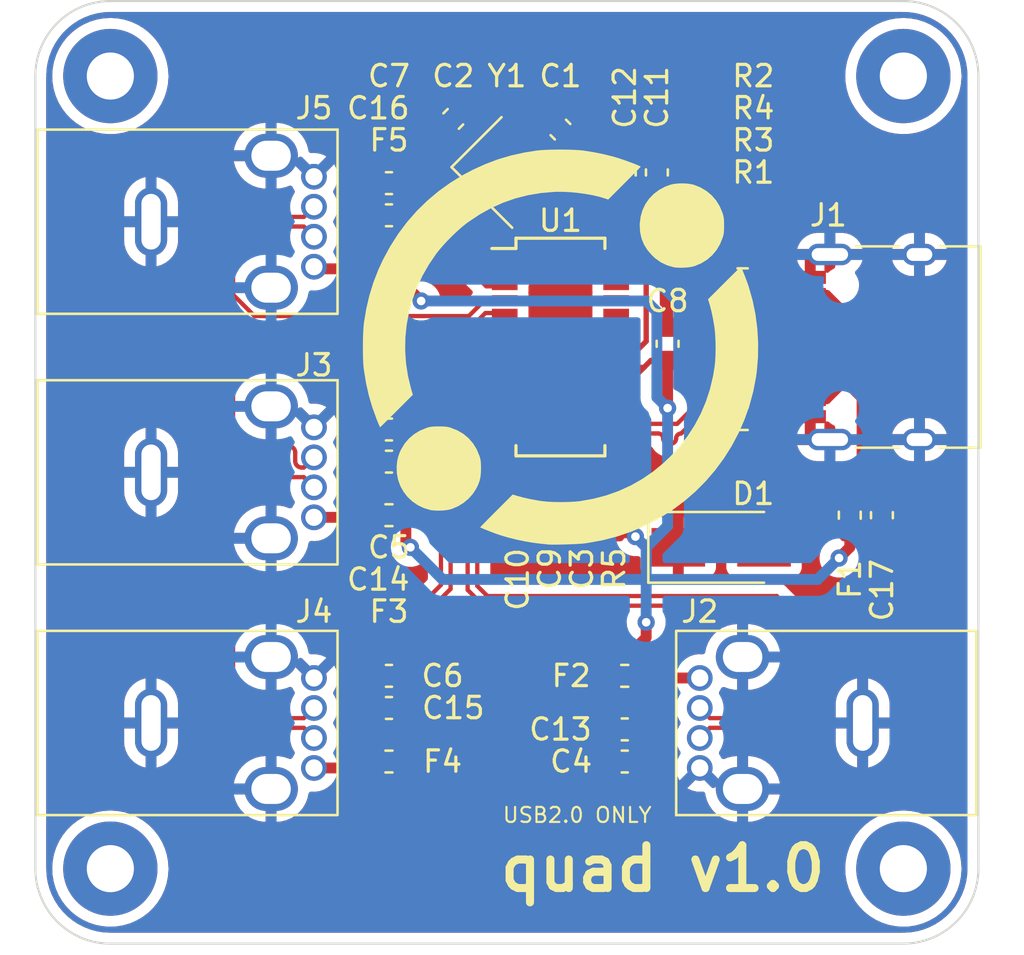
<source format=kicad_pcb>
(kicad_pcb (version 20211014) (generator pcbnew)
  (title_block (title "quad"))
  (layers (0 "F.Cu" signal) (31 "B.Cu" signal) (34 "B.Paste" user) (35 "F.Paste" user) (36 "B.SilkS" user "B.Silkscreen") (37 "F.SilkS" user "F.Silkscreen") (38 "B.Mask" user) (39 "F.Mask" user) (44 "Edge.Cuts" user))
  (net 0 "")
  (net 1 "GND")
  (net 2 "Net-(C1-Pad2)")
  (net 3 "Net-(C2-Pad2)")
  (net 4 "Net-(C3-Pad2)")
  (net 5 "Net-(C13-Pad2)")
  (net 6 "Net-(C14-Pad2)")
  (net 7 "Net-(C15-Pad2)")
  (net 8 "Net-(C16-Pad2)")
  (net 9 "+5V")
  (net 10 "Net-(C9-Pad2)")
  (net 11 "Net-(C10-Pad2)")
  (net 12 "Net-(C11-Pad2)")
  (net 13 "Net-(C12-Pad2)")
  (net 14 "Net-(F1-Pad1)")
  (net 15 "Net-(J1-PadA5)")
  (net 16 "Net-(J1-PadA6)")
  (net 17 "Net-(J1-PadA7)")
  (net 19 "Net-(J1-PadB5)")
  (net 21 "/D1-")
  (net 22 "/D1+")
  (net 23 "/D3-")
  (net 24 "/D3+")
  (net 25 "/D2-")
  (net 26 "/D2+")
  (net 27 "/D4-")
  (net 28 "/D4+")
  (net 29 "/D-")
  (net 30 "/D+")
  (footprint "Package_SO:SSOP-28_3.9x9.9mm_P0.635mm" (layer "F.Cu") (at 148.5 96.15)
    (fp_text reference "U1" (at 0 -5.9) (layer "F.SilkS"))
    (fp_text value "SL2.2s")
    (pad "1" smd rect locked (at -2.6 -4.1275) (size 1.2 0.4) (layers "F.Cu" "F.Paste" "F.Mask") (net 1 "GND"))
    (pad "2" smd rect locked (at -2.6 -3.4925) (size 1.2 0.4) (layers "F.Cu" "F.Paste" "F.Mask") (net 2 "Net-(C1-Pad2)"))
    (pad "3" smd rect locked (at -2.6 -2.8575) (size 1.2 0.4) (layers "F.Cu" "F.Paste" "F.Mask") (net 3 "Net-(C2-Pad2)"))
    (pad "4" smd rect locked (at -2.6 -2.2225) (size 1.2 0.4) (layers "F.Cu" "F.Paste" "F.Mask") (net 27 "/D4-"))
    (pad "5" smd rect locked (at -2.6 -1.5875) (size 1.2 0.4) (layers "F.Cu" "F.Paste" "F.Mask") (net 28 "/D4+"))
    (pad "6" smd rect locked (at -2.6 -0.9525) (size 1.2 0.4) (layers "F.Cu" "F.Paste" "F.Mask") (net 23 "/D3-"))
    (pad "7" smd rect locked (at -2.6 -0.3175) (size 1.2 0.4) (layers "F.Cu" "F.Paste" "F.Mask") (net 24 "/D3+"))
    (pad "8" smd rect locked (at -2.6 0.3175) (size 1.2 0.4) (layers "F.Cu" "F.Paste" "F.Mask") (net 25 "/D2-"))
    (pad "9" smd rect locked (at -2.6 0.9525) (size 1.2 0.4) (layers "F.Cu" "F.Paste" "F.Mask") (net 26 "/D2+"))
    (pad "10" smd rect locked (at -2.6 1.5875) (size 1.2 0.4) (layers "F.Cu" "F.Paste" "F.Mask") (net 21 "/D1-"))
    (pad "11" smd rect locked (at -2.6 2.2225) (size 1.2 0.4) (layers "F.Cu" "F.Paste" "F.Mask") (net 22 "/D1+"))
    (pad "12" smd rect locked (at -2.6 2.8575) (size 1.2 0.4) (layers "F.Cu" "F.Paste" "F.Mask") (net 10 "Net-(C9-Pad2)"))
    (pad "13" smd rect locked (at -2.6 3.4925) (size 1.2 0.4) (layers "F.Cu" "F.Paste" "F.Mask") (net 11 "Net-(C10-Pad2)"))
    (pad "14" smd rect locked (at -2.6 4.1275) (size 1.2 0.4) (layers "F.Cu" "F.Paste" "F.Mask"))
    (pad "15" smd rect locked (at 2.6 4.1275) (size 1.2 0.4) (layers "F.Cu" "F.Paste" "F.Mask") (net 29 "/D-"))
    (pad "16" smd rect locked (at 2.6 3.4925) (size 1.2 0.4) (layers "F.Cu" "F.Paste" "F.Mask") (net 30 "/D+"))
    (pad "17" smd rect locked (at 2.6 2.8575) (size 1.2 0.4) (layers "F.Cu" "F.Paste" "F.Mask") (net 4 "Net-(C3-Pad2)"))
    (pad "18" smd rect locked (at 2.6 2.2225) (size 1.2 0.4) (layers "F.Cu" "F.Paste" "F.Mask"))
    (pad "19" smd rect locked (at 2.6 1.5875) (size 1.2 0.4) (layers "F.Cu" "F.Paste" "F.Mask") (net 9 "+5V"))
    (pad "20" smd rect locked (at 2.6 0.9525) (size 1.2 0.4) (layers "F.Cu" "F.Paste" "F.Mask") (net 9 "+5V"))
    (pad "21" smd rect locked (at 2.6 0.3175) (size 1.2 0.4) (layers "F.Cu" "F.Paste" "F.Mask") (net 12 "Net-(C11-Pad2)"))
    (pad "22" smd rect locked (at 2.6 -0.3175) (size 1.2 0.4) (layers "F.Cu" "F.Paste" "F.Mask"))
    (pad "23" smd rect locked (at 2.6 -0.9525) (size 1.2 0.4) (layers "F.Cu" "F.Paste" "F.Mask"))
    (pad "24" smd rect locked (at 2.6 -1.5875) (size 1.2 0.4) (layers "F.Cu" "F.Paste" "F.Mask"))
    (pad "25" smd rect locked (at 2.6 -2.2225) (size 1.2 0.4) (layers "F.Cu" "F.Paste" "F.Mask"))
    (pad "26" smd rect locked (at 2.6 -2.8575) (size 1.2 0.4) (layers "F.Cu" "F.Paste" "F.Mask"))
    (pad "27" smd rect locked (at 2.6 -3.4925) (size 1.2 0.4) (layers "F.Cu" "F.Paste" "F.Mask"))
    (pad "28" smd rect locked (at 2.6 -4.1275) (size 1.2 0.4) (layers "F.Cu" "F.Paste" "F.Mask") (net 13 "Net-(C12-Pad2)"))
  )
  (footprint "Capacitor_SMD:C_0603_1608Metric" (layer "F.Cu") (at 146.5 104 90)
    (fp_text reference "C10" (at -3 0 90) (layer "F.SilkS"))
    (fp_text value "10u")
    (pad "1" smd roundrect (at -0.775 0 90) (size 0.9 0.95) (layers "F.Cu" "F.Paste" "F.Mask") (net 1 "GND"))
    (pad "2" smd roundrect (at 0.775 0 90) (size 0.9 0.95) (layers "F.Cu" "F.Paste" "F.Mask") (net 11 "Net-(C10-Pad2)"))
  )
  (footprint "Capacitor_SMD:C_0603_1608Metric" (layer "F.Cu") (at 140.5 100)
    (fp_text reference "C5" (at 0 5.5) (layer "F.SilkS"))
    (fp_text value "10u")
    (pad "1" smd roundrect (at -0.775 0) (size 0.9 0.95) (layers "F.Cu" "F.Paste" "F.Mask") (net 1 "GND"))
    (pad "2" smd roundrect (at 0.775 0) (size 0.9 0.95) (layers "F.Cu" "F.Paste" "F.Mask") (net 6 "Net-(C14-Pad2)"))
  )
  (footprint "Resistor_SMD:R_0603_1608Metric" (layer "F.Cu") (at 157 99.5 180)
    (fp_text reference "R1" (at -0.5 11.5) (layer "F.SilkS"))
    (fp_text value "5.1k")
    (pad "1" smd roundrect (at -0.825 0 180) (size 0.8 0.95) (layers "F.Cu" "F.Paste" "F.Mask") (net 15 "Net-(J1-PadA5)"))
    (pad "2" smd roundrect (at 0.825 0 180) (size 0.8 0.95) (layers "F.Cu" "F.Paste" "F.Mask") (net 1 "GND"))
  )
  (footprint "Connector_USB:USB_C_Receptacle_HRO_TYPE-C-31-M-12" (layer "F.Cu") (at 164.2 96.15 90)
    (fp_text reference "J1" (at 6.15 -3.2 180) (layer "F.SilkS"))
    (fp_text value "USB_C_Receptacle_USB2.0")
    (pad "" np_thru_hole circle locked (at 2.89 -2.6 90) (size 0.65 0.65) (drill 0.65) (layers *.Cu *.Mask))
    (pad "" np_thru_hole circle locked (at -2.89 -2.6 90) (size 0.65 0.65) (drill 0.65) (layers *.Cu *.Mask))
    (pad "A1" smd rect locked (at -3.25 -4.045 90) (size 0.6 1.45) (layers "F.Cu" "F.Paste" "F.Mask") (net 1 "GND"))
    (pad "A4" smd rect locked (at -2.45 -4.045 90) (size 0.6 1.45) (layers "F.Cu" "F.Paste" "F.Mask") (net 14 "Net-(F1-Pad1)"))
    (pad "A5" smd rect locked (at -1.25 -4.045 90) (size 0.3 1.45) (layers "F.Cu" "F.Paste" "F.Mask") (net 15 "Net-(J1-PadA5)"))
    (pad "A6" smd rect locked (at -0.25 -4.045 90) (size 0.3 1.45) (layers "F.Cu" "F.Paste" "F.Mask") (net 16 "Net-(J1-PadA6)"))
    (pad "A7" smd rect locked (at 0.25 -4.045 90) (size 0.3 1.45) (layers "F.Cu" "F.Paste" "F.Mask") (net 17 "Net-(J1-PadA7)"))
    (pad "A8" smd rect locked (at 1.25 -4.045 90) (size 0.3 1.45) (layers "F.Cu" "F.Paste" "F.Mask"))
    (pad "A9" smd rect locked (at 2.45 -4.045 90) (size 0.6 1.45) (layers "F.Cu" "F.Paste" "F.Mask") (net 14 "Net-(F1-Pad1)"))
    (pad "A12" smd rect locked (at 3.25 -4.045 90) (size 0.6 1.45) (layers "F.Cu" "F.Paste" "F.Mask") (net 1 "GND"))
    (pad "B1" smd rect locked (at 3.25 -4.045 90) (size 0.6 1.45) (layers "F.Cu" "F.Paste" "F.Mask") (net 1 "GND"))
    (pad "B4" smd rect locked (at 2.45 -4.045 90) (size 0.6 1.45) (layers "F.Cu" "F.Paste" "F.Mask") (net 14 "Net-(F1-Pad1)"))
    (pad "B5" smd rect locked (at 1.75 -4.045 90) (size 0.3 1.45) (layers "F.Cu" "F.Paste" "F.Mask") (net 19 "Net-(J1-PadB5)"))
    (pad "B6" smd rect locked (at 0.75 -4.045 90) (size 0.3 1.45) (layers "F.Cu" "F.Paste" "F.Mask") (net 16 "Net-(J1-PadA6)"))
    (pad "B7" smd rect locked (at -0.75 -4.045 90) (size 0.3 1.45) (layers "F.Cu" "F.Paste" "F.Mask") (net 17 "Net-(J1-PadA7)"))
    (pad "B8" smd rect locked (at -1.75 -4.045 90) (size 0.3 1.45) (layers "F.Cu" "F.Paste" "F.Mask"))
    (pad "B9" smd rect locked (at -2.45 -4.045 90) (size 0.6 1.45) (layers "F.Cu" "F.Paste" "F.Mask") (net 14 "Net-(F1-Pad1)"))
    (pad "B12" smd rect locked (at -3.25 -4.045 90) (size 0.6 1.45) (layers "F.Cu" "F.Paste" "F.Mask") (net 1 "GND"))
    (pad "S1" thru_hole oval locked (at -4.32 -3.13 90) (size 1 2.1) (drill oval 0.6 1.7) (layers *.Cu *.Mask) (net 1 "GND"))
    (pad "S1" thru_hole oval locked (at 4.32 -3.13 90) (size 1 2.1) (drill oval 0.6 1.7) (layers *.Cu *.Mask) (net 1 "GND"))
    (pad "S1" thru_hole oval locked (at -4.32 1.05 90) (size 1 1.6) (drill oval 0.6 1.2) (layers *.Cu *.Mask) (net 1 "GND"))
    (pad "S1" thru_hole oval locked (at 4.32 1.05 90) (size 1 1.6) (drill oval 0.6 1.2) (layers *.Cu *.Mask) (net 1 "GND"))
  )
  (footprint "Capacitor_SMD:C_0603_1608Metric" (layer "F.Cu") (at 151.5 115.5 180)
    (fp_text reference "C4" (at 2.5 0) (layer "F.SilkS"))
    (fp_text value "10u")
    (pad "1" smd roundrect (at -0.775 0 180) (size 0.9 0.95) (layers "F.Cu" "F.Paste" "F.Mask") (net 1 "GND"))
    (pad "2" smd roundrect (at 0.775 0 180) (size 0.9 0.95) (layers "F.Cu" "F.Paste" "F.Mask") (net 5 "Net-(C13-Pad2)"))
  )
  (footprint "Capacitor_SMD:C_0603_1608Metric" (layer "F.Cu") (at 140.5 111.5)
    (fp_text reference "C6" (at 2.5 0) (layer "F.SilkS"))
    (fp_text value "10u")
    (pad "1" smd roundrect (at -0.775 0) (size 0.9 0.95) (layers "F.Cu" "F.Paste" "F.Mask") (net 1 "GND"))
    (pad "2" smd roundrect (at 0.775 0) (size 0.9 0.95) (layers "F.Cu" "F.Paste" "F.Mask") (net 7 "Net-(C15-Pad2)"))
  )
  (footprint "Capacitor_SMD:C_0603_1608Metric" (layer "F.Cu") (at 151.5 114 180)
    (fp_text reference "C13" (at 3 0) (layer "F.SilkS"))
    (fp_text value "100n")
    (pad "1" smd roundrect (at -0.775 0 180) (size 0.9 0.95) (layers "F.Cu" "F.Paste" "F.Mask") (net 1 "GND"))
    (pad "2" smd roundrect (at 0.775 0 180) (size 0.9 0.95) (layers "F.Cu" "F.Paste" "F.Mask") (net 5 "Net-(C13-Pad2)"))
  )
  (footprint "Capacitor_SMD:C_0603_1608Metric" (layer "F.Cu") (at 140.5 101.5)
    (fp_text reference "C14" (at -0.5 5.5) (layer "F.SilkS"))
    (fp_text value "100n")
    (pad "1" smd roundrect (at -0.775 0) (size 0.9 0.95) (layers "F.Cu" "F.Paste" "F.Mask") (net 1 "GND"))
    (pad "2" smd roundrect (at 0.775 0) (size 0.9 0.95) (layers "F.Cu" "F.Paste" "F.Mask") (net 6 "Net-(C14-Pad2)"))
  )
  (footprint "Capacitor_SMD:C_0603_1608Metric" (layer "F.Cu") (at 148 104 90)
    (fp_text reference "C9" (at -2.5 0 90) (layer "F.SilkS"))
    (fp_text value "10u")
    (pad "1" smd roundrect (at -0.775 0 90) (size 0.9 0.95) (layers "F.Cu" "F.Paste" "F.Mask") (net 1 "GND"))
    (pad "2" smd roundrect (at 0.775 0 90) (size 0.9 0.95) (layers "F.Cu" "F.Paste" "F.Mask") (net 10 "Net-(C9-Pad2)"))
  )
  (footprint "Crystal:Crystal_SMD_3225-4Pin_3.2x2.5mm" (layer "F.Cu") (at 146 88 -45)
    (fp_text reference "Y1" (at -3.181981 -3.181981) (layer "F.SilkS"))
    (fp_text value "12MHz_GND24")
    (pad "1" smd rect (at -1.1 0.85 315) (size 1.4 1.2) (layers "F.Cu" "F.Paste" "F.Mask") (net 3 "Net-(C2-Pad2)"))
    (pad "2" smd rect (at 1.1 0.85 315) (size 1.4 1.2) (layers "F.Cu" "F.Paste" "F.Mask") (net 1 "GND"))
    (pad "3" smd rect (at 1.1 -0.85 315) (size 1.4 1.2) (layers "F.Cu" "F.Paste" "F.Mask") (net 2 "Net-(C1-Pad2)"))
    (pad "4" smd rect (at -1.1 -0.85 315) (size 1.4 1.2) (layers "F.Cu" "F.Paste" "F.Mask") (net 1 "GND"))
  )
  (footprint "Capacitor_SMD:C_0603_1608Metric" (layer "F.Cu") (at 149.5 104 90)
    (fp_text reference "C3" (at -2.5 0 90) (layer "F.SilkS"))
    (fp_text value "10u")
    (pad "1" smd roundrect (at -0.775 0 90) (size 0.9 0.95) (layers "F.Cu" "F.Paste" "F.Mask") (net 1 "GND"))
    (pad "2" smd roundrect (at 0.775 0 90) (size 0.9 0.95) (layers "F.Cu" "F.Paste" "F.Mask") (net 4 "Net-(C3-Pad2)"))
  )
  (footprint "MountingHole:MountingHole_2.2mm_M2_Pad" (layer "F.Cu") (at 127.5 120.5)
    (fp_text reference "H2" hide)
    (fp_text value "MountingHole")
    (pad "1" thru_hole circle locked (at 0 0) (size 4.4 4.4) (drill 2.2) (layers *.Cu *.Mask))
  )
  (footprint "MountingHole:MountingHole_2.2mm_M2_Pad" (layer "F.Cu") (at 127.5 83.5)
    (fp_text reference "H1" hide)
    (fp_text value "MountingHole")
    (pad "1" thru_hole circle (at 0 0) (size 4.4 4.4) (drill 2.2) (layers *.Cu *.Mask))
  )
  (footprint "MountingHole:MountingHole_2.2mm_M2_Pad" (layer "F.Cu") (at 164.5 83.5)
    (fp_text reference "H4" hide)
    (fp_text value "MountingHole")
    (pad "1" thru_hole circle locked (at 0 0) (size 4.4 4.4) (drill 2.2) (layers *.Cu *.Mask))
  )
  (footprint "Capacitor_SMD:C_0603_1608Metric" (layer "F.Cu") (at 163.5 104 90)
    (fp_text reference "C17" (at -3.5 0 90) (layer "F.SilkS"))
    (fp_text value "10u")
    (pad "1" smd roundrect (at -0.775 0 90) (size 0.9 0.95) (layers "F.Cu" "F.Paste" "F.Mask") (net 1 "GND"))
    (pad "2" smd roundrect (at 0.775 0 90) (size 0.9 0.95) (layers "F.Cu" "F.Paste" "F.Mask") (net 14 "Net-(F1-Pad1)"))
  )
  (footprint "Fuse:Fuse_0603_1608Metric" (layer "F.Cu") (at 140.5 115.5)
    (fp_text reference "F4" (at 2.5 0) (layer "F.SilkS"))
    (fp_text value "500m")
    (pad "1" smd roundrect (at -0.7875 0) (size 0.875 0.95) (layers "F.Cu" "F.Paste" "F.Mask") (net 7 "Net-(C15-Pad2)"))
    (pad "2" smd roundrect (at 0.7875 0) (size 0.875 0.95) (layers "F.Cu" "F.Paste" "F.Mask") (net 9 "+5V"))
  )
  (footprint "Diode_SMD:D_SMA" (layer "F.Cu") (at 156 105.5)
    (fp_text reference "D1" (at 1.5 -2.5) (layer "F.SilkS"))
    (fp_text value "D_TVS")
    (pad "1" smd rect (at -2 0) (size 2.5 1.8) (layers "F.Cu" "F.Paste" "F.Mask") (net 1 "GND"))
    (pad "2" smd rect (at 2 0) (size 2.5 1.8) (layers "F.Cu" "F.Paste" "F.Mask") (net 9 "+5V"))
  )
  (footprint "Lib:Sign" (layer "F.Cu") (at 148.5 96.15)
    (fp_text reference "G***" hide)
    (fp_text value "LOGO" hide)
  )
  (footprint "Resistor_SMD:R_0603_1608Metric" (layer "F.Cu") (at 157 93 180)
    (fp_text reference "R2" (at -0.5 9.5) (layer "F.SilkS"))
    (fp_text value "5.1k")
    (pad "1" smd roundrect (at -0.825 0 180) (size 0.8 0.95) (layers "F.Cu" "F.Paste" "F.Mask") (net 19 "Net-(J1-PadB5)"))
    (pad "2" smd roundrect (at 0.825 0 180) (size 0.8 0.95) (layers "F.Cu" "F.Paste" "F.Mask") (net 1 "GND"))
  )
  (footprint "Capacitor_SMD:C_0603_1608Metric" (layer "F.Cu") (at 148.5 86 -45)
    (fp_text reference "C1" (at -1.767767 -1.767767) (layer "F.SilkS"))
    (fp_text value "22p")
    (pad "1" smd roundrect (at -0.775 0 315) (size 0.9 0.95) (layers "F.Cu" "F.Paste" "F.Mask") (net 1 "GND"))
    (pad "2" smd roundrect (at 0.775 0 315) (size 0.9 0.95) (layers "F.Cu" "F.Paste" "F.Mask") (net 2 "Net-(C1-Pad2)"))
  )
  (footprint "Fuse:Fuse_0603_1608Metric" (layer "F.Cu") (at 140.5 104)
    (fp_text reference "F3" (at 0 4.5) (layer "F.SilkS"))
    (fp_text value "500m")
    (pad "1" smd roundrect (at -0.7875 0) (size 0.875 0.95) (layers "F.Cu" "F.Paste" "F.Mask") (net 6 "Net-(C14-Pad2)"))
    (pad "2" smd roundrect (at 0.7875 0) (size 0.875 0.95) (layers "F.Cu" "F.Paste" "F.Mask") (net 9 "+5V"))
  )
  (footprint "Fuse:Fuse_0603_1608Metric" (layer "F.Cu") (at 162 104 -90)
    (fp_text reference "F1" (at 3 0 90) (layer "F.SilkS"))
    (fp_text value "500m")
    (pad "1" smd roundrect (at -0.7875 0 270) (size 0.875 0.95) (layers "F.Cu" "F.Paste" "F.Mask") (net 14 "Net-(F1-Pad1)"))
    (pad "2" smd roundrect (at 0.7875 0 270) (size 0.875 0.95) (layers "F.Cu" "F.Paste" "F.Mask") (net 9 "+5V"))
  )
  (footprint "Lib:USB_A_Side" (layer "F.Cu") (at 135 113.7 -90)
    (fp_text reference "J4" (at -5.2 -2 unlocked) (layer "F.SilkS"))
    (fp_text value "USB_A")
    (pad "1" thru_hole circle locked (at 2.1 -2 270) (size 1.2 1.2) (drill 0.8) (layers *.Cu *.Mask) (net 7 "Net-(C15-Pad2)"))
    (pad "2" thru_hole circle locked (at 0.7 -2 270) (size 1.2 1.2) (drill 0.8) (layers *.Cu *.Mask) (net 25 "/D2-"))
    (pad "3" thru_hole circle locked (at -0.7 -2 270) (size 1.2 1.2) (drill 0.8) (layers *.Cu *.Mask) (net 26 "/D2+"))
    (pad "4" thru_hole circle locked (at -2.1 -2 270) (size 1.2 1.2) (drill 0.8) (layers *.Cu *.Mask) (net 1 "GND"))
    (pad "5" thru_hole oval locked (at -3.08 0 270) (size 2.05 2.5) (drill oval 1.4 1.84) (layers *.Cu *.Mask) (net 1 "GND"))
    (pad "5" thru_hole oval locked (at 0 5.6 270) (size 3.2 1.5) (drill oval 2.6 0.9) (layers *.Cu *.Mask) (net 1 "GND"))
    (pad "5" thru_hole oval locked (at 3.08 0 270) (size 2.05 2.5) (drill oval 1.4 1.84) (layers *.Cu *.Mask) (net 1 "GND"))
  )
  (footprint "Lib:USB_A_Side" (layer "F.Cu") (at 157 113.7 90)
    (fp_text reference "J2" (at 5.2 -2 unlocked) (layer "F.SilkS"))
    (fp_text value "USB_A")
    (pad "1" thru_hole circle locked (at 2.1 -2 90) (size 1.2 1.2) (drill 0.8) (layers *.Cu *.Mask) (net 5 "Net-(C13-Pad2)"))
    (pad "2" thru_hole circle locked (at 0.7 -2 90) (size 1.2 1.2) (drill 0.8) (layers *.Cu *.Mask) (net 21 "/D1-"))
    (pad "3" thru_hole circle locked (at -0.7 -2 90) (size 1.2 1.2) (drill 0.8) (layers *.Cu *.Mask) (net 22 "/D1+"))
    (pad "4" thru_hole circle locked (at -2.1 -2 90) (size 1.2 1.2) (drill 0.8) (layers *.Cu *.Mask) (net 1 "GND"))
    (pad "5" thru_hole oval locked (at 3.08 0 90) (size 2.05 2.5) (drill oval 1.4 1.84) (layers *.Cu *.Mask) (net 1 "GND"))
    (pad "5" thru_hole oval locked (at 0 5.6 90) (size 3.2 1.5) (drill oval 2.6 0.9) (layers *.Cu *.Mask) (net 1 "GND"))
    (pad "5" thru_hole oval locked (at -3.08 0 90) (size 2.05 2.5) (drill oval 1.4 1.84) (layers *.Cu *.Mask) (net 1 "GND"))
  )
  (footprint "Capacitor_SMD:C_0603_1608Metric" (layer "F.Cu") (at 140.5 90)
    (fp_text reference "C16" (at -0.5 -5) (layer "F.SilkS"))
    (fp_text value "100n")
    (pad "1" smd roundrect (at -0.775 0) (size 0.9 0.95) (layers "F.Cu" "F.Paste" "F.Mask") (net 1 "GND"))
    (pad "2" smd roundrect (at 0.775 0) (size 0.9 0.95) (layers "F.Cu" "F.Paste" "F.Mask") (net 8 "Net-(C16-Pad2)"))
  )
  (footprint "Fuse:Fuse_0603_1608Metric" (layer "F.Cu") (at 151.5 111.5 180)
    (fp_text reference "F2" (at 2.5 0) (layer "F.SilkS"))
    (fp_text value "500m")
    (pad "1" smd roundrect (at -0.7875 0 180) (size 0.875 0.95) (layers "F.Cu" "F.Paste" "F.Mask") (net 5 "Net-(C13-Pad2)"))
    (pad "2" smd roundrect (at 0.7875 0 180) (size 0.875 0.95) (layers "F.Cu" "F.Paste" "F.Mask") (net 9 "+5V"))
  )
  (footprint "Capacitor_SMD:C_0603_1608Metric" (layer "F.Cu") (at 140.5 88.5)
    (fp_text reference "C7" (at 0 -5) (layer "F.SilkS"))
    (fp_text value "10u")
    (pad "1" smd roundrect (at -0.775 0) (size 0.9 0.95) (layers "F.Cu" "F.Paste" "F.Mask") (net 1 "GND"))
    (pad "2" smd roundrect (at 0.775 0) (size 0.9 0.95) (layers "F.Cu" "F.Paste" "F.Mask") (net 8 "Net-(C16-Pad2)"))
  )
  (footprint "Lib:USB_A_Side" (layer "F.Cu") (at 135 90.3 -90)
    (fp_text reference "J5" (at -5.3 -2 unlocked) (layer "F.SilkS"))
    (fp_text value "USB_A")
    (pad "1" thru_hole circle locked (at 2.1 -2 270) (size 1.2 1.2) (drill 0.8) (layers *.Cu *.Mask) (net 8 "Net-(C16-Pad2)"))
    (pad "2" thru_hole circle locked (at 0.7 -2 270) (size 1.2 1.2) (drill 0.8) (layers *.Cu *.Mask) (net 27 "/D4-"))
    (pad "3" thru_hole circle locked (at -0.7 -2 270) (size 1.2 1.2) (drill 0.8) (layers *.Cu *.Mask) (net 28 "/D4+"))
    (pad "4" thru_hole circle locked (at -2.1 -2 270) (size 1.2 1.2) (drill 0.8) (layers *.Cu *.Mask) (net 1 "GND"))
    (pad "5" thru_hole oval locked (at 0 5.6 270) (size 3.2 1.5) (drill oval 2.6 0.9) (layers *.Cu *.Mask) (net 1 "GND"))
    (pad "5" thru_hole oval locked (at 3.08 0 270) (size 2.05 2.5) (drill oval 1.4 1.84) (layers *.Cu *.Mask) (net 1 "GND"))
    (pad "5" thru_hole oval locked (at -3.08 0 270) (size 2.05 2.5) (drill oval 1.4 1.84) (layers *.Cu *.Mask) (net 1 "GND"))
  )
  (footprint "Resistor_SMD:R_0603_1608Metric" (layer "F.Cu") (at 157 95.5 180)
    (fp_text reference "R4" (at -0.5 10.5) (layer "F.SilkS"))
    (fp_text value "22")
    (pad "1" smd roundrect (at -0.825 0 180) (size 0.8 0.95) (layers "F.Cu" "F.Paste" "F.Mask") (net 16 "Net-(J1-PadA6)"))
    (pad "2" smd roundrect (at 0.825 0 180) (size 0.8 0.95) (layers "F.Cu" "F.Paste" "F.Mask") (net 30 "/D+"))
  )
  (footprint "Capacitor_SMD:C_0603_1608Metric" (layer "F.Cu") (at 153.5 96 -90)
    (fp_text reference "C8" (at -2 0 180) (layer "F.SilkS"))
    (fp_text value "100n")
    (pad "1" smd roundrect (at -0.775 0 270) (size 0.9 0.95) (layers "F.Cu" "F.Paste" "F.Mask") (net 1 "GND"))
    (pad "2" smd roundrect (at 0.775 0 270) (size 0.9 0.95) (layers "F.Cu" "F.Paste" "F.Mask") (net 9 "+5V"))
  )
  (footprint "Capacitor_SMD:C_0603_1608Metric" (layer "F.Cu") (at 151.5 88 -90)
    (fp_text reference "C12" (at -3.5 0 90) (layer "F.SilkS"))
    (fp_text value "10u")
    (pad "1" smd roundrect (at -0.775 0 270) (size 0.9 0.95) (layers "F.Cu" "F.Paste" "F.Mask") (net 1 "GND"))
    (pad "2" smd roundrect (at 0.775 0 270) (size 0.9 0.95) (layers "F.Cu" "F.Paste" "F.Mask") (net 13 "Net-(C12-Pad2)"))
  )
  (footprint "MountingHole:MountingHole_2.2mm_M2_Pad" (layer "F.Cu") (at 164.5 120.5)
    (fp_text reference "H3" hide)
    (fp_text value "MountingHole")
    (pad "1" thru_hole circle locked (at 0 0) (size 4.4 4.4) (drill 2.2) (layers *.Cu *.Mask))
  )
  (footprint "Resistor_SMD:R_0603_1608Metric" (layer "F.Cu") (at 157 97 180)
    (fp_text reference "R3" (at -0.5 10.5) (layer "F.SilkS"))
    (fp_text value "22")
    (pad "1" smd roundrect (at -0.825 0 180) (size 0.8 0.95) (layers "F.Cu" "F.Paste" "F.Mask") (net 17 "Net-(J1-PadA7)"))
    (pad "2" smd roundrect (at 0.825 0 180) (size 0.8 0.95) (layers "F.Cu" "F.Paste" "F.Mask") (net 29 "/D-"))
  )
  (footprint "Capacitor_SMD:C_0603_1608Metric" (layer "F.Cu") (at 153 88 -90)
    (fp_text reference "C11" (at -3.5 0 90) (layer "F.SilkS"))
    (fp_text value "10u")
    (pad "1" smd roundrect (at -0.775 0 270) (size 0.9 0.95) (layers "F.Cu" "F.Paste" "F.Mask") (net 1 "GND"))
    (pad "2" smd roundrect (at 0.775 0 270) (size 0.9 0.95) (layers "F.Cu" "F.Paste" "F.Mask") (net 12 "Net-(C11-Pad2)"))
  )
  (footprint "Capacitor_SMD:C_0603_1608Metric" (layer "F.Cu") (at 140.5 113)
    (fp_text reference "C15" (at 3 0) (layer "F.SilkS"))
    (fp_text value "100n")
    (pad "1" smd roundrect (at -0.775 0) (size 0.9 0.95) (layers "F.Cu" "F.Paste" "F.Mask") (net 1 "GND"))
    (pad "2" smd roundrect (at 0.775 0) (size 0.9 0.95) (layers "F.Cu" "F.Paste" "F.Mask") (net 7 "Net-(C15-Pad2)"))
  )
  (footprint "Lib:USB_A_Side" (layer "F.Cu") (at 135 102 -90)
    (fp_text reference "J3" (at -5 -2 unlocked) (layer "F.SilkS"))
    (fp_text value "USB_A")
    (pad "1" thru_hole circle locked (at 2.1 -2 270) (size 1.2 1.2) (drill 0.8) (layers *.Cu *.Mask) (net 6 "Net-(C14-Pad2)"))
    (pad "2" thru_hole circle locked (at 0.7 -2 270) (size 1.2 1.2) (drill 0.8) (layers *.Cu *.Mask) (net 23 "/D3-"))
    (pad "3" thru_hole circle locked (at -0.7 -2 270) (size 1.2 1.2) (drill 0.8) (layers *.Cu *.Mask) (net 24 "/D3+"))
    (pad "4" thru_hole circle locked (at -2.1 -2 270) (size 1.2 1.2) (drill 0.8) (layers *.Cu *.Mask) (net 1 "GND"))
    (pad "5" thru_hole oval locked (at -3.08 0 270) (size 2.05 2.5) (drill oval 1.4 1.84) (layers *.Cu *.Mask) (net 1 "GND"))
    (pad "5" thru_hole oval locked (at 0 5.6 270) (size 3.2 1.5) (drill oval 2.6 0.9) (layers *.Cu *.Mask) (net 1 "GND"))
    (pad "5" thru_hole oval locked (at 3.08 0 270) (size 2.05 2.5) (drill oval 1.4 1.84) (layers *.Cu *.Mask) (net 1 "GND"))
  )
  (footprint "Capacitor_SMD:C_0603_1608Metric" (layer "F.Cu") (at 143.5 85.5 -135)
    (fp_text reference "C2" (at -1.414214 1.414214 -180) (layer "F.SilkS"))
    (fp_text value "22p")
    (pad "1" smd roundrect (at -0.775 0 225) (size 0.9 0.95) (layers "F.Cu" "F.Paste" "F.Mask") (net 1 "GND"))
    (pad "2" smd roundrect (at 0.775 0 225) (size 0.9 0.95) (layers "F.Cu" "F.Paste" "F.Mask") (net 3 "Net-(C2-Pad2)"))
  )
  (footprint "Fuse:Fuse_0603_1608Metric" (layer "F.Cu") (at 140.5 92.5)
    (fp_text reference "F5" (at 0 -6) (layer "F.SilkS"))
    (fp_text value "500m")
    (pad "1" smd roundrect (at -0.7875 0) (size 0.875 0.95) (layers "F.Cu" "F.Paste" "F.Mask") (net 8 "Net-(C16-Pad2)"))
    (pad "2" smd roundrect (at 0.7875 0) (size 0.875 0.95) (layers "F.Cu" "F.Paste" "F.Mask") (net 9 "+5V"))
  )
  (footprint "Resistor_SMD:R_0603_1608Metric" (layer "F.Cu") (at 151 104 90)
    (fp_text reference "R5" (at -2.5 0 90) (layer "F.SilkS"))
    (fp_text value "10k")
    (pad "1" smd roundrect (at -0.825 0 90) (size 0.8 0.95) (layers "F.Cu" "F.Paste" "F.Mask") (net 9 "+5V"))
    (pad "2" smd roundrect (at 0.825 0 90) (size 0.8 0.95) (layers "F.Cu" "F.Paste" "F.Mask") (net 4 "Net-(C3-Pad2)"))
  )
  (gr_arc (start 164.5 80) (mid 166.974874 81.025126) (end 168 83.5) (layer "Edge.Cuts") (width 0.1))
  (gr_arc (start 124 83.5) (mid 125.025126 81.025126) (end 127.5 80) (layer "Edge.Cuts") (width 0.1))
  (gr_arc (start 127.5 124) (mid 125.025126 122.974874) (end 124 120.5) (layer "Edge.Cuts") (width 0.1))
  (gr_line (start 127.5 80) (end 164.5 80) (layer "Edge.Cuts") (width 0.1))
  (gr_line (start 124 83.5) (end 124 120.5) (layer "Edge.Cuts") (width 0.1))
  (gr_line (start 164.5 124) (end 127.5 124) (layer "Edge.Cuts") (width 0.1))
  (gr_arc (start 168 120.5) (mid 166.974874 122.974874) (end 164.5 124) (layer "Edge.Cuts") (width 0.1))
  (gr_line (start 168 120.5) (end 168 83.5) (layer "Edge.Cuts") (width 0.1))
  (gr_text "USB2.0 ONLY" (at 145.75 118) (layer "F.SilkS") (effects (font (size 0.7 0.7) (thickness 0.1)) (justify left)))
  (gr_text "quad v1.0" (at 145.5 120.5) (layer "F.SilkS") (effects (font (size 2 2) (thickness 0.375)) (justify left)))
  (segment (start 145.865381 86.6633) (end 145.823223 86.621142) (width 0.25) (layer "F.Cu") (net 1))
  (segment (start 145.865381 89.067462) (end 145.865381 86.6633) (width 0.25) (layer "F.Cu") (net 1))
  (segment (start 146.176777 89.378858) (end 145.865381 89.067462) (width 0.25) (layer "F.Cu") (net 1))
  (segment (start 148 88.797919) (end 147.378858 88.176777) (width 0.25) (layer "F.Cu") (net 2))
  (segment (start 147.378858 88.176777) (end 147.419239 88.176777) (width 0.25) (layer "F.Cu") (net 2))
  (segment (start 146.75 92.6575) (end 148 91.4075) (width 0.25) (layer "F.Cu") (net 2))
  (segment (start 145.9 92.6575) (end 146.75 92.6575) (width 0.25) (layer "F.Cu") (net 2))
  (segment (start 147.419239 88.176777) (end 149.048008 86.548008) (width 0.25) (layer "F.Cu") (net 2))
  (segment (start 148 91.4075) (end 148 88.797919) (width 0.25) (layer "F.Cu") (net 2))
  (segment (start 145.9 93.2925) (end 145.05 93.2925) (width 0.25) (layer "F.Cu") (net 3))
  (segment (start 144.621142 87.717158) (end 142.951992 86.048008) (width 0.25) (layer "F.Cu") (net 3))
  (segment (start 144.621142 87.823223) (end 144.621142 87.717158) (width 0.25) (layer "F.Cu") (net 3))
  (segment (start 145.05 93.2925) (end 144.621142 92.863642) (width 0.25) (layer "F.Cu") (net 3))
  (segment (start 144.621142 92.863642) (end 144.621142 87.823223) (width 0.25) (layer "F.Cu") (net 3))
  (segment (start 150.95 103.225) (end 151 103.175) (width 0.25) (layer "F.Cu") (net 4))
  (segment (start 149.9925 99.0075) (end 149.5 99.5) (width 0.25) (layer "F.Cu") (net 4))
  (segment (start 149.5 103.225) (end 150.95 103.225) (width 0.25) (layer "F.Cu") (net 4))
  (segment (start 149.5 99.5) (end 149.5 103.225) (width 0.25) (layer "F.Cu") (net 4))
  (segment (start 151.1 99.0075) (end 149.9925 99.0075) (width 0.25) (layer "F.Cu") (net 4))
  (segment (start 155 111.6) (end 152.3875 111.6) (width 0.508) (layer "F.Cu") (net 5))
  (segment (start 152.2875 111.5) (end 152.2875 112.4375) (width 0.508) (layer "F.Cu") (net 5))
  (segment (start 152.3875 111.6) (end 152.2875 111.5) (width 0.508) (layer "F.Cu") (net 5))
  (segment (start 150.725 114) (end 150.725 115.5) (width 0.508) (layer "F.Cu") (net 5))
  (segment (start 152.2875 112.4375) (end 150.725 114) (width 0.508) (layer "F.Cu") (net 5))
  (segment (start 141.275 101.5) (end 141.275 100) (width 0.508) (layer "F.Cu") (net 6))
  (segment (start 139.6125 104.1) (end 139.7125 104) (width 0.508) (layer "F.Cu") (net 6))
  (segment (start 137 104.1) (end 139.6125 104.1) (width 0.508) (layer "F.Cu") (net 6))
  (segment (start 139.7125 103.0625) (end 141.275 101.5) (width 0.508) (layer "F.Cu") (net 6))
  (segment (start 139.7125 104) (end 139.7125 103.0625) (width 0.508) (layer "F.Cu") (net 6))
  (segment (start 139.4125 115.8) (end 139.7125 115.5) (width 0.508) (layer "F.Cu") (net 7))
  (segment (start 137 115.8) (end 139.4125 115.8) (width 0.508) (layer "F.Cu") (net 7))
  (segment (start 139.7125 114.5625) (end 141.275 113) (width 0.508) (layer "F.Cu") (net 7))
  (segment (start 139.7125 115.5) (end 139.7125 114.5625) (width 0.508) (layer "F.Cu") (net 7))
  (segment (start 141.275 113) (end 141.275 111.5) (width 0.508) (layer "F.Cu") (net 7))
  (segment (start 139.7125 91.5625) (end 141.275 90) (width 0.508) (layer "F.Cu") (net 8))
  (segment (start 137.1 92.5) (end 137 92.4) (width 0.508) (layer "F.Cu") (net 8))
  (segment (start 141.275 90) (end 141.275 88.5) (width 0.508) (layer "F.Cu") (net 8))
  (segment (start 139.7125 92.5) (end 137.1 92.5) (width 0.508) (layer "F.Cu") (net 8))
  (segment (start 139.7125 92.5) (end 139.7125 91.5625) (width 0.508) (layer "F.Cu") (net 8))
  (segment (start 162 104.7875) (end 158.7125 104.7875) (width 0.508) (layer "F.Cu") (net 9))
  (segment (start 141.2875 104) (end 141.2875 105.2875) (width 0.508) (layer "F.Cu") (net 9))
  (segment (start 151.825 104.825) (end 152 105) (width 0.508) (layer "F.Cu") (net 9))
  (segment (start 158.7125 104.7875) (end 158 105.5) (width 0.508) (layer "F.Cu") (net 9))
  (segment (start 141.2875 105.2875) (end 141.5 105.5) (width 0.508) (layer "F.Cu") (net 9))
  (segment (start 152.5 109.7125) (end 150.7125 111.5) (width 0.508) (layer "F.Cu") (net 9))
  (segment (start 151.7625 97.7375) (end 152.3975 97.1025) (width 0.25) (layer "F.Cu") (net 9))
  (segment (start 152.5 109) (end 152.5 109.7125) (width 0.508) (layer "F.Cu") (net 9))
  (segment (start 151 104.825) (end 151.825 104.825) (width 0.508) (layer "F.Cu") (net 9))
  (segment (start 152.725 96.775) (end 153.5 96.775) (width 0.25) (layer "F.Cu") (net 9))
  (segment (start 162 105.5) (end 161.5 106) (width 0.508) (layer "F.Cu") (net 9))
  (segment (start 146.5 112) (end 146.5 115) (width 0.508) (layer "F.Cu") (net 9))
  (segment (start 141.2875 93.2875) (end 142 94) (width 0.508) (layer "F.Cu") (net 9))
  (segment (start 141.2875 92.5) (end 141.2875 93.2875) (width 0.508) (layer "F.Cu") (net 9))
  (segment (start 151.1 97.7375) (end 151.7625 97.7375) (width 0.25) (layer "F.Cu") (net 9))
  (segment (start 162 104.7875) (end 162 105.5) (width 0.508) (layer "F.Cu") (net 9))
  (segment (start 153.5 99) (end 153.5 96.775) (width 0.508) (layer "F.Cu") (net 9))
  (segment (start 150.7125 111.5) (end 147 111.5) (width 0.508) (layer "F.Cu") (net 9))
  (segment (start 147 111.5) (end 146.5 112) (width 0.508) (layer "F.Cu") (net 9))
  (segment (start 152.3975 97.1025) (end 152.725 96.775) (width 0.25) (layer "F.Cu") (net 9))
  (segment (start 146.5 115) (end 146 115.5) (width 0.508) (layer "F.Cu") (net 9))
  (segment (start 151.1 97.1025) (end 152.3975 97.1025) (width 0.25) (layer "F.Cu") (net 9))
  (segment (start 146 115.5) (end 141.2875 115.5) (width 0.508) (layer "F.Cu") (net 9))
  (via (at 152.5 109) (size 0.8) (drill 0.4) (layers "F.Cu" "B.Cu") (net 9))
  (via (at 142 94) (size 0.8) (drill 0.4) (layers "F.Cu" "B.Cu") (net 9))
  (via (at 152 105) (size 0.8) (drill 0.4) (layers "F.Cu" "B.Cu") (net 9))
  (via (at 153.5 99) (size 0.8) (drill 0.4) (layers "F.Cu" "B.Cu") (net 9))
  (via (at 141.5 105.5) (size 0.8) (drill 0.4) (layers "F.Cu" "B.Cu") (net 9))
  (via (at 161.5 106) (size 0.8) (drill 0.4) (layers "F.Cu" "B.Cu") (net 9))
  (segment (start 153.5 104.5) (end 153.5 99) (width 0.508) (layer "B.Cu") (net 9))
  (segment (start 142 94) (end 152.5 94) (width 0.508) (layer "B.Cu") (net 9))
  (segment (start 152.5 105.5) (end 153 105) (width 0.508) (layer "B.Cu") (net 9))
  (segment (start 161.5 106) (end 160.5 107) (width 0.508) (layer "B.Cu") (net 9))
  (segment (start 152.5 107) (end 152.5 109) (width 0.508) (layer "B.Cu") (net 9))
  (segment (start 153 94.5) (end 153 98.5) (width 0.508) (layer "B.Cu") (net 9))
  (segment (start 152.5 105.5) (end 152.5 107) (width 0.508) (layer "B.Cu") (net 9))
  (segment (start 143 107) (end 152.5 107) (width 0.508) (layer "B.Cu") (net 9))
  (segment (start 160.5 107) (end 152.5 107) (width 0.508) (layer "B.Cu") (net 9))
  (segment (start 141.5 105.5) (end 143 107) (width 0.508) (layer "B.Cu") (net 9))
  (segment (start 153 98.5) (end 153.5 99) (width 0.508) (layer "B.Cu") (net 9))
  (segment (start 153 105) (end 153.5 104.5) (width 0.508) (layer "B.Cu") (net 9))
  (segment (start 152.5 94) (end 153 94.5) (width 0.508) (layer "B.Cu") (net 9))
  (segment (start 152 105) (end 152.5 105.5) (width 0.508) (layer "B.Cu") (net 9))
  (segment (start 147.5075 99.0075) (end 148 99.5) (width 0.25) (layer "F.Cu") (net 10))
  (segment (start 145.9 99.0075) (end 147.5075 99.0075) (width 0.25) (layer "F.Cu") (net 10))
  (segment (start 148 99.5) (end 148 103.225) (width 0.25) (layer "F.Cu") (net 10))
  (segment (start 147 100) (end 147 101) (width 0.25) (layer "F.Cu") (net 11))
  (segment (start 146.5 101.5) (end 146.5 103.225) (width 0.25) (layer "F.Cu") (net 11))
  (segment (start 146.6425 99.6425) (end 147 100) (width 0.25) (layer "F.Cu") (net 11))
  (segment (start 145.9 99.6425) (end 146.6425 99.6425) (width 0.25) (layer "F.Cu") (net 11))
  (segment (start 147 101) (end 146.5 101.5) (width 0.25) (layer "F.Cu") (net 11))
  (segment (start 152.5 95.8825) (end 152.5 89.275) (width 0.25) (layer "F.Cu") (net 12))
  (segment (start 151.915 96.4675) (end 152.5 95.8825) (width 0.25) (layer "F.Cu") (net 12))
  (segment (start 152.5 89.275) (end 153 88.775) (width 0.25) (layer "F.Cu") (net 12))
  (segment (start 151.1 96.4675) (end 151.915 96.4675) (width 0.25) (layer "F.Cu") (net 12))
  (segment (start 151.1 92.0225) (end 151.1 89.175) (width 0.25) (layer "F.Cu") (net 13))
  (segment (start 151.1 89.175) (end 151.5 88.775) (width 0.25) (layer "F.Cu") (net 13))
  (segment (start 162 103.2125) (end 163.4875 103.2125) (width 0.4318) (layer "F.Cu") (net 14))
  (segment (start 161.775596 97.775596) (end 162.5359 98.5359) (width 0.4318) (layer "F.Cu") (net 14))
  (segment (start 163.4875 103.2125) (end 163.5 103.225) (width 0.4318) (layer "F.Cu") (net 14))
  (segment (start 162 102) (end 162 103.2125) (width 0.4318) (layer "F.Cu") (net 14))
  (segment (start 162.5359 101.4641) (end 162 102) (width 0.4318) (layer "F.Cu") (net 14))
  (segment (start 160.155 98.6) (end 160.921496 98.6) (width 0.4318) (layer "F.Cu") (net 14))
  (segment (start 162.5359 98.5359) (end 162.5359 101.4641) (width 0.4318) (layer "F.Cu") (net 14))
  (segment (start 160.921496 98.6) (end 161.7459 97.775596) (width 0.4318) (layer "F.Cu") (net 14))
  (segment (start 161.7459 97.775596) (end 161.775596 97.775596) (width 0.4318) (layer "F.Cu") (net 14))
  (segment (start 161.7459 94.524404) (end 160.921496 93.7) (width 0.4318) (layer "F.Cu") (net 14))
  (segment (start 161.7459 97.775596) (end 161.7459 94.524404) (width 0.4318) (layer "F.Cu") (net 14))
  (segment (start 160.921496 93.7) (end 160.155 93.7) (width 0.4318) (layer "F.Cu") (net 14))
  (segment (start 159.1 97.4) (end 158.5 98) (width 0.25) (layer "F.Cu") (net 15))
  (segment (start 158.5 98) (end 158.5 98.825) (width 0.25) (layer "F.Cu") (net 15))
  (segment (start 160.155 97.4) (end 159.1 97.4) (width 0.25) (layer "F.Cu") (net 15))
  (segment (start 158.5 98.825) (end 157.825 99.5) (width 0.25) (layer "F.Cu") (net 15))
  (segment (start 161.025 96.4) (end 160.155 96.4) (width 0.25) (layer "F.Cu") (net 16))
  (segment (start 161.205 95.425) (end 161.205 96.22) (width 0.25) (layer "F.Cu") (net 16))
  (segment (start 161.205 96.22) (end 161.025 96.4) (width 0.25) (layer "F.Cu") (net 16))
  (segment (start 160.155 95.4) (end 161.18 95.4) (width 0.25) (layer "F.Cu") (net 16))
  (segment (start 161.18 95.4) (end 161.205 95.425) (width 0.25) (layer "F.Cu") (net 16))
  (segment (start 160.155 95.4) (end 157.925 95.4) (width 0.25) (layer "F.Cu") (net 16))
  (segment (start 157.925 95.4) (end 157.825 95.5) (width 0.25) (layer "F.Cu") (net 16))
  (segment (start 160.155 96.9) (end 157.925 96.9) (width 0.25) (layer "F.Cu") (net 17))
  (segment (start 157.925 96.9) (end 157.825 97) (width 0.25) (layer "F.Cu") (net 17))
  (segment (start 158.925 95.9) (end 157.825 97) (width 0.25) (layer "F.Cu") (net 17))
  (segment (start 160.155 95.9) (end 158.925 95.9) (width 0.25) (layer "F.Cu") (net 17))
  (segment (start 160.155 94.4) (end 159.225 94.4) (width 0.25) (layer "F.Cu") (net 19))
  (segment (start 159.225 94.4) (end 157.825 93) (width 0.25) (layer "F.Cu") (net 19))
  (segment (start 145.9 97.7375) (end 145.5 97.7375) (width 0.2) (layer "F.Cu") (net 21))
  (segment (start 144.169989 98.511811) (end 144.169989 107.488189) (width 0.2) (layer "F.Cu") (net 21))
  (segment (start 145.5 97.7375) (end 145.4075 97.83) (width 0.2) (layer "F.Cu") (net 21))
  (segment (start 144.8518 97.83) (end 144.169989 98.511811) (width 0.2) (layer "F.Cu") (net 21))
  (segment (start 158.880011 108.698211) (end 158.880011 112.801789) (width 0.2) (layer "F.Cu") (net 21))
  (segment (start 155.474999 113.474999) (end 155 113) (width 0.2) (layer "F.Cu") (net 21))
  (segment (start 158.206801 113.474999) (end 155.474999 113.474999) (width 0.2) (layer "F.Cu") (net 21))
  (segment (start 145.4075 97.83) (end 144.8518 97.83) (width 0.2) (layer "F.Cu") (net 21))
  (segment (start 144.9068 108.225) (end 144.169989 107.488189) (width 0.2) (layer "F.Cu") (net 21))
  (segment (start 158.4068 108.225) (end 158.880011 108.698211) (width 0.2) (layer "F.Cu") (net 21))
  (segment (start 158.4068 108.225) (end 144.9068 108.225) (width 0.2) (layer "F.Cu") (net 21))
  (segment (start 158.880011 112.801789) (end 158.206801 113.474999) (width 0.2) (layer "F.Cu") (net 21))
  (segment (start 158.5932 107.775) (end 145.0932 107.775) (width 0.2) (layer "F.Cu") (net 22))
  (segment (start 145.0932 107.775) (end 144.619989 107.301789) (width 0.2) (layer "F.Cu") (net 22))
  (segment (start 159.330011 108.511811) (end 159.330011 112.988189) (width 0.2) (layer "F.Cu") (net 22))
  (segment (start 145.5 98.3725) (end 145.4075 98.28) (width 0.2) (layer "F.Cu") (net 22))
  (segment (start 155.474999 113.925001) (end 155 114.4) (width 0.2) (layer "F.Cu") (net 22))
  (segment (start 145.9 98.3725) (end 145.5 98.3725) (width 0.2) (layer "F.Cu") (net 22))
  (segment (start 144.619989 98.698211) (end 144.619989 107.301789) (width 0.2) (layer "F.Cu") (net 22))
  (segment (start 158.5932 107.775) (end 159.330011 108.511811) (width 0.2) (layer "F.Cu") (net 22))
  (segment (start 159.330011 112.988189) (end 158.393199 113.925001) (width 0.2) (layer "F.Cu") (net 22))
  (segment (start 145.4075 98.28) (end 145.0382 98.28) (width 0.2) (layer "F.Cu") (net 22))
  (segment (start 158.393199 113.925001) (end 155.474999 113.925001) (width 0.2) (layer "F.Cu") (net 22))
  (segment (start 145.0382 98.28) (end 144.619989 98.698211) (width 0.2) (layer "F.Cu") (net 22))
  (segment (start 132.775 97.9068) (end 132.775 101.0932) (width 0.2) (layer "F.Cu") (net 23))
  (segment (start 133.906801 102.225001) (end 136.525001 102.225001) (width 0.2) (layer "F.Cu") (net 23))
  (segment (start 145.9 95.1975) (end 145.5 95.1975) (width 0.2) (layer "F.Cu") (net 23))
  (segment (start 133.9068 96.775) (end 132.775 97.9068) (width 0.2) (layer "F.Cu") (net 23))
  (segment (start 145.5 95.1975) (end 145.4075 95.29) (width 0.2) (layer "F.Cu") (net 23))
  (segment (start 143.4068 96.775) (end 133.9068 96.775) (width 0.2) (layer "F.Cu") (net 23))
  (segment (start 145.4075 95.29) (end 144.8918 95.29) (width 0.2) (layer "F.Cu") (net 23))
  (segment (start 136.525001 102.225001) (end 137 102.7) (width 0.2) (layer "F.Cu") (net 23))
  (segment (start 132.775 101.0932) (end 133.906801 102.225001) (width 0.2) (layer "F.Cu") (net 23))
  (segment (start 144.8918 95.29) (end 143.4068 96.775) (width 0.2) (layer "F.Cu") (net 23))
  (segment (start 134.093199 101.774999) (end 135.225001 101.774999) (width 0.2) (layer "F.Cu") (net 24))
  (segment (start 136.525001 101.774999) (end 137 101.3) (width 0.2) (layer "F.Cu") (net 24))
  (segment (start 145.9 95.8325) (end 145.5 95.8325) (width 0.2) (layer "F.Cu") (net 24))
  (segment (start 136.475001 101.774999) (end 136.525001 101.774999) (width 0.2) (layer "F.Cu") (net 24))
  (segment (start 136.425001 101.774999) (end 136.475001 101.774999) (width 0.2) (layer "F.Cu") (net 24))
  (segment (start 133.225 100.9068) (end 134.093199 101.774999) (width 0.2) (layer "F.Cu") (net 24))
  (segment (start 145.5 95.8325) (end 145.4075 95.74) (width 0.2) (layer "F.Cu") (net 24))
  (segment (start 143.5932 97.225) (end 134.0932 97.225) (width 0.2) (layer "F.Cu") (net 24))
  (segment (start 135.525001 101.474999) (end 135.525001 101.074999) (width 0.2) (layer "F.Cu") (net 24))
  (segment (start 145.4075 95.74) (end 145.0782 95.74) (width 0.2) (layer "F.Cu") (net 24))
  (segment (start 145.0782 95.74) (end 143.5932 97.225) (width 0.2) (layer "F.Cu") (net 24))
  (segment (start 134.0932 97.225) (end 133.225 98.0932) (width 0.2) (layer "F.Cu") (net 24))
  (segment (start 133.225 98.0932) (end 133.225 100.9068) (width 0.2) (layer "F.Cu") (net 24))
  (segment (start 136.125001 101.074999) (end 136.125001 101.474999) (width 0.2) (layer "F.Cu") (net 24))
  (arc (start 135.825001 100.774999) (mid 136.037133 100.862867) (end 136.125001 101.074999) (width 0.2) (layer "F.Cu") (net 24))
  (arc (start 135.225001 101.774999) (mid 135.437133 101.687131) (end 135.525001 101.474999) (width 0.2) (layer "F.Cu") (net 24))
  (arc (start 136.125001 101.474999) (mid 136.212869 101.687131) (end 136.425001 101.774999) (width 0.2) (layer "F.Cu") (net 24))
  (arc (start 135.525001 101.074999) (mid 135.612869 100.862867) (end 135.825001 100.774999) (width 0.2) (layer "F.Cu") (net 24))
  (segment (start 132.775 113.0932) (end 133.606801 113.925001) (width 0.2) (layer "F.Cu") (net 25))
  (segment (start 142.925019 107.256781) (end 142.301789 107.880011) (width 0.2) (layer "F.Cu") (net 25))
  (segment (start 142.925019 98.4764) (end 142.925019 107.256781) (width 0.2) (layer "F.Cu") (net 25))
  (segment (start 132.775 108.9068) (end 132.775 113.0932) (width 0.2) (layer "F.Cu") (net 25))
  (segment (start 136.525001 113.925001) (end 137 114.4) (width 0.2) (layer "F.Cu") (net 25))
  (segment (start 145.765 96.6025) (end 144.798919 96.6025) (width 0.2) (layer "F.Cu") (net 25))
  (segment (start 145.9 96.4675) (end 145.765 96.6025) (width 0.2) (layer "F.Cu") (net 25))
  (segment (start 133.606801 113.925001) (end 136.525001 113.925001) (width 0.2) (layer "F.Cu") (net 25))
  (segment (start 144.798919 96.6025) (end 142.925019 98.4764) (width 0.2) (layer "F.Cu") (net 25))
  (segment (start 142.301789 107.880011) (end 133.801789 107.880011) (width 0.2) (layer "F.Cu") (net 25))
  (segment (start 133.801789 107.880011) (end 132.775 108.9068) (width 0.2) (layer "F.Cu") (net 25))
  (segment (start 133.225 112.9068) (end 133.225 109.0932) (width 0.2) (layer "F.Cu") (net 26))
  (segment (start 145.9 97.2375) (end 145.9 97.1025) (width 0.2) (layer "F.Cu") (net 26))
  (segment (start 143.375 98.662788) (end 144.800288 97.2375) (width 0.2) (layer "F.Cu") (net 26))
  (segment (start 137.930011 108.679498) (end 137.930011 108.630011) (width 0.2) (layer "F.Cu") (net 26))
  (segment (start 139.480011 108.330011) (end 142.488189 108.330011) (width 0.2) (layer "F.Cu") (net 26))
  (segment (start 144.800288 97.2375) (end 145.9 97.2375) (width 0.2) (layer "F.Cu") (net 26))
  (segment (start 136.525001 113.474999) (end 133.793199 113.474999) (width 0.2) (layer "F.Cu") (net 26))
  (segment (start 133.793199 113.474999) (end 133.225 112.9068) (width 0.2) (layer "F.Cu") (net 26))
  (segment (start 137 113) (end 136.525001 113.474999) (width 0.2) (layer "F.Cu") (net 26))
  (segment (start 143.375 107.4432) (end 143.375 98.662788) (width 0.2) (layer "F.Cu") (net 26))
  (segment (start 138.230011 108.330011) (end 139.480011 108.330011) (width 0.2) (layer "F.Cu") (net 26))
  (segment (start 142.488189 108.330011) (end 143.375 107.4432) (width 0.2) (layer "F.Cu") (net 26))
  (segment (start 136.730011 108.679498) (end 136.730011 108.630011) (width 0.2) (layer "F.Cu") (net 26))
  (segment (start 133.225 109.0932) (end 133.988189 108.330011) (width 0.2) (layer "F.Cu") (net 26))
  (segment (start 133.988189 108.330011) (end 135.830011 108.330011) (width 0.2) (layer "F.Cu") (net 26))
  (segment (start 136.130011 108.630011) (end 136.130011 108.679498) (width 0.2) (layer "F.Cu") (net 26))
  (segment (start 137.330011 108.630011) (end 137.330011 108.679498) (width 0.2) (layer "F.Cu") (net 26))
  (arc (start 136.430011 108.979498) (mid 136.642143 108.89163) (end 136.730011 108.679498) (width 0.2) (layer "F.Cu") (net 26))
  (arc (start 137.330011 108.679498) (mid 137.417879 108.89163) (end 137.630011 108.979498) (width 0.2) (layer "F.Cu") (net 26))
  (arc (start 136.730011 108.630011) (mid 136.817879 108.417879) (end 137.030011 108.330011) (width 0.2) (layer "F.Cu") (net 26))
  (arc (start 136.130011 108.679498) (mid 136.217879 108.89163) (end 136.430011 108.979498) (width 0.2) (layer "F.Cu") (net 26))
  (arc (start 135.830011 108.330011) (mid 136.042143 108.417879) (end 136.130011 108.630011) (width 0.2) (layer "F.Cu") (net 26))
  (arc (start 137.030011 108.330011) (mid 137.242143 108.417879) (end 137.330011 108.630011) (width 0.2) (layer "F.Cu") (net 26))
  (arc (start 137.630011 108.979498) (mid 137.842143 108.89163) (end 137.930011 108.679498) (width 0.2) (layer "F.Cu") (net 26))
  (arc (start 137.930011 108.630011) (mid 138.017879 108.417879) (end 138.230011 108.330011) (width 0.2) (layer "F.Cu") (net 26))
  (segment (start 133.225 91.0932) (end 133.793199 90.525001) (width 0.2) (layer "F.Cu") (net 27))
  (segment (start 135.775001 90.525001) (end 136.525001 90.525001) (width 0.2) (layer "F.Cu") (net 27))
  (segment (start 145.9 93.9275) (end 144.999999 93.9275) (width 0.2) (layer "F.Cu") (net 27))
  (segment (start 135.725001 90.525001) (end 135.775001 90.525001) (width 0.2) (layer "F.Cu") (net 27))
  (segment (start 136.525001 90.525001) (end 137 91) (width 0.2) (layer "F.Cu") (net 27))
  (segment (start 135.425001 91.189782) (end 135.425001 90.825001) (width 0.2) (layer "F.Cu") (net 27))
  (segment (start 134.226167 94.705) (end 133.225 93.703833) (width 0.2) (layer "F.Cu") (net 27))
  (segment (start 134.825001 90.825001) (end 134.825001 91.189782) (width 0.2) (layer "F.Cu") (net 27))
  (segment (start 133.793199 90.525001) (end 134.525001 90.525001) (width 0.2) (layer "F.Cu") (net 27))
  (segment (start 144.999999 93.9275) (end 144.222499 94.705) (width 0.2) (layer "F.Cu") (net 27))
  (segment (start 144.222499 94.705) (end 134.226167 94.705) (width 0.2) (layer "F.Cu") (net 27))
  (segment (start 133.225 93.703833) (end 133.225 91.0932) (width 0.2) (layer "F.Cu") (net 27))
  (arc (start 135.125001 91.489782) (mid 135.337133 91.401914) (end 135.425001 91.189782) (width 0.2) (layer "F.Cu") (net 27))
  (arc (start 134.525001 90.525001) (mid 134.737133 90.612869) (end 134.825001 90.825001) (width 0.2) (layer "F.Cu") (net 27))
  (arc (start 134.825001 91.189782) (mid 134.912869 91.401914) (end 135.125001 91.489782) (width 0.2) (layer "F.Cu") (net 27))
  (arc (start 135.425001 90.825001) (mid 135.512869 90.612869) (end 135.725001 90.525001) (width 0.2) (layer "F.Cu") (net 27))
  (segment (start 134.039778 95.154981) (end 132.775 93.890203) (width 0.2) (layer "F.Cu") (net 28))
  (segment (start 145.9 94.5625) (end 144.999999 94.5625) (width 0.2) (layer "F.Cu") (net 28))
  (segment (start 132.775 93.890203) (end 132.775 90.9068) (width 0.2) (layer "F.Cu") (net 28))
  (segment (start 132.775 90.9068) (end 133.606801 90.074999) (width 0.2) (layer "F.Cu") (net 28))
  (segment (start 133.606801 90.074999) (end 136.525001 90.074999) (width 0.2) (layer "F.Cu") (net 28))
  (segment (start 144.999999 94.5625) (end 144.407518 95.154981) (width 0.2) (layer "F.Cu") (net 28))
  (segment (start 144.407518 95.154981) (end 134.039778 95.154981) (width 0.2) (layer "F.Cu") (net 28))
  (segment (start 136.525001 90.074999) (end 137 89.6) (width 0.2) (layer "F.Cu") (net 28))
  (segment (start 152.000001 100.2775) (end 151.1 100.2775) (width 0.2) (layer "F.Cu") (net 29))
  (segment (start 152.9332 100.185) (end 152.092501 100.185) (width 0.2) (layer "F.Cu") (net 29))
  (segment (start 155.225 99.0932) (end 154.1332 100.185) (width 0.2) (layer "F.Cu") (net 29))
  (segment (start 153.658216 100.659985) (end 153.5332 100.659985) (width 0.2) (layer "F.Cu") (net 29))
  (segment (start 152.092501 100.185) (end 152.000001 100.2775) (width 0.2) (layer "F.Cu") (net 29))
  (segment (start 155.311397 97) (end 155.225 97.086397) (width 0.2) (layer "F.Cu") (net 29))
  (segment (start 156.175 97) (end 155.311397 97) (width 0.2) (layer "F.Cu") (net 29))
  (segment (start 153.058216 100.185) (end 152.9332 100.185) (width 0.2) (layer "F.Cu") (net 29))
  (segment (start 153.295708 100.422493) (end 153.295708 100.422492) (width 0.2) (layer "F.Cu") (net 29))
  (segment (start 153.895708 100.422492) (end 153.895708 100.422493) (width 0.2) (layer "F.Cu") (net 29))
  (segment (start 155.225 97.086397) (end 155.225 99.0932) (width 0.2) (layer "F.Cu") (net 29))
  (arc (start 153.895708 100.422493) (mid 153.826148 100.590425) (end 153.658216 100.659985) (width 0.2) (layer "F.Cu") (net 29))
  (arc (start 154.1332 100.185) (mid 153.965268 100.25456) (end 153.895708 100.422492) (width 0.2) (layer "F.Cu") (net 29))
  (arc (start 153.295708 100.422492) (mid 153.226148 100.25456) (end 153.058216 100.185) (width 0.2) (layer "F.Cu") (net 29))
  (arc (start 153.5332 100.659985) (mid 153.365268 100.590425) (end 153.295708 100.422493) (width 0.2) (layer "F.Cu") (net 29))
  (segment (start 153.9468 99.735) (end 154.775 98.9068) (width 0.2) (layer "F.Cu") (net 30))
  (segment (start 154.775 98.9068) (end 154.775 96.9) (width 0.2) (layer "F.Cu") (net 30))
  (segment (start 152.092501 99.735) (end 153.9468 99.735) (width 0.2) (layer "F.Cu") (net 30))
  (segment (start 154.775 96.9) (end 156.175 95.5) (width 0.2) (layer "F.Cu") (net 30))
  (segment (start 151.1 99.6425) (end 152.000001 99.6425) (width 0.2) (layer "F.Cu") (net 30))
  (segment (start 152.000001 99.6425) (end 152.092501 99.735) (width 0.2) (layer "F.Cu") (net 30))
  (zone (net 1) (net_name "GND") (layers F&B.Cu) (connect_pads (clearance 0.508)) (min_thickness 0.254) (fill yes (thermal_gap 0.508) (thermal_bridge_width 0.508))
    (polygon (pts (xy 168 124) (xy 124 124) (xy 124 80) (xy 168 80)))
  )
)
</source>
